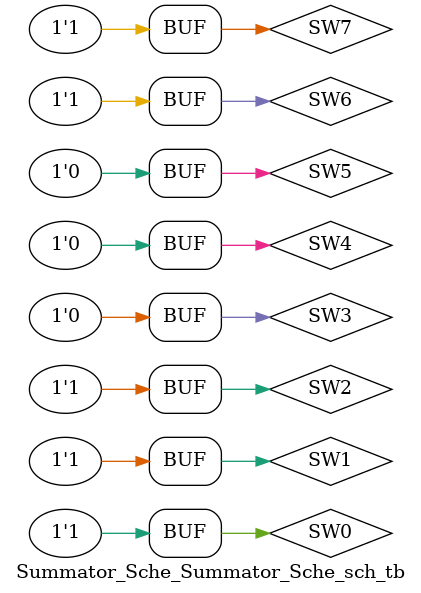
<source format=v>

`timescale 1ns / 1ps

module Summator_Sche_Summator_Sche_sch_tb();

// Inputs
   reg SW7;
   reg SW6;
   reg SW5;
   reg SW4;
   reg SW3;
   reg SW2;
   reg SW1;
   reg SW0;

// Output
   wire LD7;
   wire LD6;
   wire LD5;
   wire LD4;
   wire LD3;

// Bidirs

// Instantiate the UUT
   Summator_Sche UUT (
		.SW4(SW4), 
		.SW0(SW0), 
		.SW5(SW5), 
		.SW1(SW1), 
		.SW6(SW6), 
		.SW2(SW2), 
		.SW7(SW7), 
		.SW3(SW3), 
		.LD7(LD7), 
		.LD6(LD6), 
		.LD5(LD5), 
		.LD4(LD4), 
		.LD3(LD3)
   );
// Initialize Inputs
       initial begin
		SW7 = 0;
		SW6 = 0;
		SW5 = 0;
		SW4 = 0;
		SW3 = 0;
		SW2 = 0;
		SW1 = 0;
		SW0 = 0;
		#200 {SW7,SW6,SW5,SW4,SW3,SW2,SW1,SW0}=00010000;
		#200 {SW7,SW6,SW5,SW4,SW3,SW2,SW1,SW0}=01010010;
		#200 {SW7,SW6,SW5,SW4,SW3,SW2,SW1,SW0}=11110001;
		#200 {SW7,SW6,SW5,SW4,SW3,SW2,SW1,SW0}=11111111;
		end
endmodule

</source>
